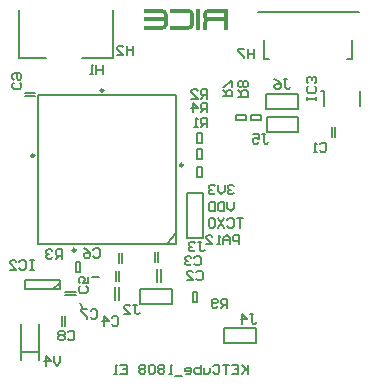
<source format=gbo>
G04*
G04 #@! TF.GenerationSoftware,Altium Limited,Altium Designer,18.1.9 (240)*
G04*
G04 Layer_Color=32896*
%FSLAX25Y25*%
%MOIN*%
G70*
G01*
G75*
%ADD10C,0.00787*%
%ADD11C,0.00800*%
%ADD12C,0.00591*%
%ADD83C,0.00984*%
%ADD84C,0.00500*%
G36*
X81100Y117010D02*
X79811D01*
Y122648D01*
X74714D01*
X74586Y122638D01*
X74478Y122619D01*
X74379Y122589D01*
X74301Y122550D01*
X74232Y122501D01*
X74173Y122451D01*
X74123Y122392D01*
X74084Y122333D01*
X74035Y122215D01*
X74005Y122117D01*
X73996Y122077D01*
Y122048D01*
Y122028D01*
Y122018D01*
Y121644D01*
X74005Y121546D01*
X74025Y121458D01*
X74064Y121379D01*
X74104Y121320D01*
X74163Y121261D01*
X74222Y121212D01*
X74350Y121143D01*
X74488Y121103D01*
X74606Y121084D01*
X74645Y121074D01*
X79417D01*
Y119804D01*
X74714D01*
X74606Y119795D01*
X74517Y119785D01*
X74428Y119755D01*
X74360Y119736D01*
X74291Y119706D01*
X74251Y119676D01*
X74222Y119667D01*
X74212Y119657D01*
X74143Y119598D01*
X74084Y119529D01*
X74045Y119460D01*
X74025Y119391D01*
X74005Y119332D01*
X73996Y119283D01*
Y119244D01*
Y119234D01*
Y117010D01*
X72697D01*
Y119244D01*
X72707Y119362D01*
X72716Y119490D01*
X72775Y119706D01*
X72854Y119913D01*
X72953Y120090D01*
X73051Y120237D01*
X73090Y120296D01*
X73130Y120346D01*
X73159Y120395D01*
X73189Y120424D01*
X73198Y120434D01*
X73208Y120444D01*
X73120Y120542D01*
X73041Y120651D01*
X72972Y120749D01*
X72913Y120857D01*
X72825Y121064D01*
X72756Y121251D01*
X72726Y121408D01*
X72716Y121477D01*
X72707Y121536D01*
X72697Y121585D01*
Y121625D01*
Y121644D01*
Y121654D01*
Y122018D01*
X72707Y122166D01*
X72726Y122314D01*
X72756Y122441D01*
X72785Y122569D01*
X72884Y122806D01*
X72992Y122993D01*
X73051Y123081D01*
X73100Y123150D01*
X73149Y123209D01*
X73198Y123258D01*
X73228Y123307D01*
X73257Y123337D01*
X73277Y123347D01*
X73287Y123357D01*
X73395Y123445D01*
X73513Y123534D01*
X73631Y123603D01*
X73759Y123662D01*
X73996Y123750D01*
X74222Y123809D01*
X74320Y123839D01*
X74419Y123849D01*
X74497Y123858D01*
X74576Y123868D01*
X74635Y123878D01*
X81100D01*
Y117010D01*
D02*
G37*
G36*
X71762D02*
X70463D01*
Y123888D01*
X71762D01*
Y117010D01*
D02*
G37*
G36*
X67787Y123878D02*
X67924Y123868D01*
X68190Y123799D01*
X68426Y123711D01*
X68633Y123612D01*
X68721Y123563D01*
X68800Y123514D01*
X68869Y123465D01*
X68928Y123425D01*
X68977Y123386D01*
X69007Y123357D01*
X69026Y123347D01*
X69036Y123337D01*
X69144Y123229D01*
X69233Y123130D01*
X69322Y123012D01*
X69390Y122904D01*
X69449Y122796D01*
X69499Y122687D01*
X69568Y122481D01*
X69617Y122304D01*
X69627Y122225D01*
X69636Y122156D01*
X69646Y122107D01*
Y122058D01*
Y122038D01*
Y122028D01*
Y118860D01*
X69636Y118712D01*
X69617Y118565D01*
X69587Y118437D01*
X69558Y118309D01*
X69459Y118082D01*
X69351Y117886D01*
X69292Y117807D01*
X69243Y117728D01*
X69194Y117669D01*
X69144Y117620D01*
X69115Y117571D01*
X69085Y117541D01*
X69066Y117531D01*
X69056Y117522D01*
X68938Y117433D01*
X68830Y117354D01*
X68702Y117285D01*
X68584Y117226D01*
X68347Y117138D01*
X68121Y117079D01*
X68023Y117049D01*
X67934Y117039D01*
X67845Y117030D01*
X67777Y117020D01*
X67718Y117010D01*
X61587D01*
Y118250D01*
X67639D01*
X67767Y118260D01*
X67875Y118279D01*
X67964Y118309D01*
X68052Y118348D01*
X68121Y118387D01*
X68170Y118447D01*
X68219Y118496D01*
X68259Y118555D01*
X68308Y118663D01*
X68338Y118761D01*
Y118801D01*
X68347Y118830D01*
Y118850D01*
Y118860D01*
Y122028D01*
X68338Y122117D01*
X68318Y122195D01*
X68278Y122274D01*
X68239Y122333D01*
X68200Y122392D01*
X68160Y122432D01*
X68141Y122451D01*
X68131Y122461D01*
X68042Y122530D01*
X67954Y122579D01*
X67875Y122609D01*
X67796Y122638D01*
X67737Y122648D01*
X67688Y122658D01*
X61587D01*
Y123888D01*
X67639D01*
X67787Y123878D01*
D02*
G37*
G36*
X59039D02*
X59176Y123868D01*
X59442Y123799D01*
X59678Y123711D01*
X59885Y123612D01*
X59974Y123563D01*
X60052Y123514D01*
X60121Y123465D01*
X60180Y123425D01*
X60229Y123386D01*
X60259Y123357D01*
X60279Y123347D01*
X60288Y123337D01*
X60397Y123229D01*
X60485Y123130D01*
X60574Y123012D01*
X60643Y122904D01*
X60702Y122796D01*
X60751Y122687D01*
X60820Y122481D01*
X60869Y122304D01*
X60879Y122225D01*
X60889Y122156D01*
X60899Y122107D01*
Y122058D01*
Y122038D01*
Y122028D01*
Y118860D01*
X60889Y118712D01*
X60869Y118565D01*
X60839Y118437D01*
X60810Y118309D01*
X60711Y118082D01*
X60603Y117886D01*
X60544Y117807D01*
X60495Y117728D01*
X60446Y117669D01*
X60397Y117620D01*
X60367Y117571D01*
X60338Y117541D01*
X60318Y117531D01*
X60308Y117522D01*
X60190Y117433D01*
X60082Y117354D01*
X59954Y117285D01*
X59836Y117226D01*
X59600Y117138D01*
X59373Y117079D01*
X59275Y117049D01*
X59186Y117039D01*
X59098Y117030D01*
X59029Y117020D01*
X58970Y117010D01*
X52839D01*
Y118250D01*
X58891D01*
X59019Y118260D01*
X59127Y118279D01*
X59216Y118309D01*
X59304Y118348D01*
X59373Y118387D01*
X59422Y118447D01*
X59472Y118496D01*
X59511Y118555D01*
X59560Y118663D01*
X59590Y118761D01*
Y118801D01*
X59600Y118830D01*
Y118850D01*
Y118860D01*
Y119814D01*
X52839D01*
Y121084D01*
X59600D01*
Y122028D01*
X59590Y122117D01*
X59570Y122195D01*
X59531Y122274D01*
X59491Y122333D01*
X59452Y122392D01*
X59413Y122432D01*
X59393Y122451D01*
X59383Y122461D01*
X59295Y122530D01*
X59206Y122579D01*
X59127Y122609D01*
X59049Y122638D01*
X58990Y122648D01*
X58940Y122658D01*
X52839D01*
Y123888D01*
X58891D01*
X59039Y123878D01*
D02*
G37*
D10*
X112000Y96500D02*
X113094Y96500D01*
X113094Y96500D01*
X124906Y91500D02*
Y96500D01*
X113094Y91500D02*
Y96500D01*
X42500Y107500D02*
Y123500D01*
X11300Y107500D02*
Y123500D01*
X31600Y25800D02*
X32300Y24700D01*
X35500Y34400D02*
X38100Y34500D01*
X32400Y107400D02*
X42500Y107500D01*
X11300D02*
X20400Y107400D01*
X82913Y59536D02*
Y57437D01*
X81863Y56387D01*
X80813Y57437D01*
Y59536D01*
X79764D02*
Y56387D01*
X78190D01*
X77665Y56912D01*
Y59011D01*
X78190Y59536D01*
X79764D01*
X76615D02*
Y56387D01*
X75041D01*
X74516Y56912D01*
Y59011D01*
X75041Y59536D01*
X76615D01*
X87600Y5349D02*
Y2200D01*
Y3249D01*
X85501Y5349D01*
X87075Y3774D01*
X85501Y2200D01*
X82352Y5349D02*
X84451D01*
Y2200D01*
X82352D01*
X84451Y3774D02*
X83402D01*
X81303Y5349D02*
X79204D01*
X80253D01*
Y2200D01*
X76055Y4824D02*
X76580Y5349D01*
X77630D01*
X78154Y4824D01*
Y2725D01*
X77630Y2200D01*
X76580D01*
X76055Y2725D01*
X75006Y4299D02*
Y2725D01*
X74481Y2200D01*
X72907D01*
Y4299D01*
X71857Y5349D02*
Y2200D01*
X70283D01*
X69758Y2725D01*
Y3249D01*
Y3774D01*
X70283Y4299D01*
X71857D01*
X67134Y2200D02*
X68184D01*
X68708Y2725D01*
Y3774D01*
X68184Y4299D01*
X67134D01*
X66609Y3774D01*
Y3249D01*
X68708D01*
X65560Y1675D02*
X63461D01*
X62411Y2200D02*
X61362D01*
X61887D01*
Y5349D01*
X62411Y4824D01*
X59787D02*
X59263Y5349D01*
X58213D01*
X57688Y4824D01*
Y4299D01*
X58213Y3774D01*
X57688Y3249D01*
Y2725D01*
X58213Y2200D01*
X59263D01*
X59787Y2725D01*
Y3249D01*
X59263Y3774D01*
X59787Y4299D01*
Y4824D01*
X59263Y3774D02*
X58213D01*
X56639Y4824D02*
X56114Y5349D01*
X55065D01*
X54540Y4824D01*
Y2725D01*
X55065Y2200D01*
X56114D01*
X56639Y2725D01*
Y4824D01*
X53490D02*
X52965Y5349D01*
X51916D01*
X51391Y4824D01*
Y4299D01*
X51916Y3774D01*
X51391Y3249D01*
Y2725D01*
X51916Y2200D01*
X52965D01*
X53490Y2725D01*
Y3249D01*
X52965Y3774D01*
X53490Y4299D01*
Y4824D01*
X52965Y3774D02*
X51916D01*
X45094Y5349D02*
X47193D01*
Y2200D01*
X45094D01*
X47193Y3774D02*
X46144D01*
X44045Y2200D02*
X42995D01*
X43520D01*
Y5349D01*
X44045Y4824D01*
X86062Y54049D02*
X83963D01*
X85013D01*
Y50900D01*
X80815Y53524D02*
X81339Y54049D01*
X82389D01*
X82914Y53524D01*
Y51425D01*
X82389Y50900D01*
X81339D01*
X80815Y51425D01*
X79765Y54049D02*
X77666Y50900D01*
Y54049D02*
X79765Y50900D01*
X75042Y54049D02*
X76092D01*
X76617Y53524D01*
Y51425D01*
X76092Y50900D01*
X75042D01*
X74517Y51425D01*
Y53524D01*
X75042Y54049D01*
X84700Y45400D02*
Y48549D01*
X83126D01*
X82601Y48024D01*
Y46974D01*
X83126Y46450D01*
X84700D01*
X81551Y45400D02*
Y47499D01*
X80502Y48549D01*
X79452Y47499D01*
Y45400D01*
Y46974D01*
X81551D01*
X78403Y45400D02*
X77353D01*
X77878D01*
Y48549D01*
X78403Y48024D01*
X73680Y45400D02*
X75779D01*
X73680Y47499D01*
Y48024D01*
X74205Y48549D01*
X75254D01*
X75779Y48024D01*
X83000Y64724D02*
X82475Y65249D01*
X81426D01*
X80901Y64724D01*
Y64199D01*
X81426Y63674D01*
X81950D01*
X81426D01*
X80901Y63149D01*
Y62625D01*
X81426Y62100D01*
X82475D01*
X83000Y62625D01*
X79851Y65249D02*
Y63149D01*
X78802Y62100D01*
X77752Y63149D01*
Y65249D01*
X76703Y64724D02*
X76178Y65249D01*
X75129D01*
X74604Y64724D01*
Y64199D01*
X75129Y63674D01*
X75653D01*
X75129D01*
X74604Y63149D01*
Y62625D01*
X75129Y62100D01*
X76178D01*
X76703Y62625D01*
X11624Y99299D02*
X12149Y98774D01*
Y97725D01*
X11624Y97200D01*
X9525D01*
X9000Y97725D01*
Y98774D01*
X9525Y99299D01*
Y100349D02*
X9000Y100873D01*
Y101923D01*
X9525Y102448D01*
X11624D01*
X12149Y101923D01*
Y100873D01*
X11624Y100349D01*
X11099D01*
X10574Y100873D01*
Y102448D01*
X25000Y8149D02*
Y6050D01*
X23950Y5000D01*
X22901Y6050D01*
Y8149D01*
X20277Y5000D02*
Y8149D01*
X21851Y6574D01*
X19752D01*
X80800Y24200D02*
Y27349D01*
X79226D01*
X78701Y26824D01*
Y25774D01*
X79226Y25249D01*
X80800D01*
X79751D02*
X78701Y24200D01*
X77651Y24725D02*
X77127Y24200D01*
X76077D01*
X75552Y24725D01*
Y26824D01*
X76077Y27349D01*
X77127D01*
X77651Y26824D01*
Y26299D01*
X77127Y25774D01*
X75552D01*
X111601Y78824D02*
X112126Y79349D01*
X113175D01*
X113700Y78824D01*
Y76725D01*
X113175Y76200D01*
X112126D01*
X111601Y76725D01*
X110551Y76200D02*
X109502D01*
X110027D01*
Y79349D01*
X110551Y78824D01*
X49473Y25298D02*
X50523D01*
X49998D01*
Y22674D01*
X50523Y22150D01*
X51047D01*
X51572Y22674D01*
X46325Y22150D02*
X48424D01*
X46325Y24249D01*
Y24773D01*
X46849Y25298D01*
X47899D01*
X48424Y24773D01*
X74000Y89419D02*
Y92567D01*
X72426D01*
X71901Y92043D01*
Y90993D01*
X72426Y90468D01*
X74000D01*
X72951D02*
X71901Y89419D01*
X69277D02*
Y92567D01*
X70851Y90993D01*
X68752D01*
X74000Y94000D02*
Y97149D01*
X72426D01*
X71901Y96624D01*
Y95574D01*
X72426Y95050D01*
X74000D01*
X72951D02*
X71901Y94000D01*
X68752D02*
X70851D01*
X68752Y96099D01*
Y96624D01*
X69277Y97149D01*
X70327D01*
X70851Y96624D01*
X74000Y84429D02*
Y87578D01*
X72426D01*
X71901Y87053D01*
Y86003D01*
X72426Y85479D01*
X74000D01*
X72951D02*
X71901Y84429D01*
X70851D02*
X69802D01*
X70327D01*
Y87578D01*
X70851Y87053D01*
X49300Y111649D02*
Y108500D01*
Y110074D01*
X47201D01*
Y111649D01*
Y108500D01*
X44052D02*
X46151D01*
X44052Y110599D01*
Y111124D01*
X44577Y111649D01*
X45627D01*
X46151Y111124D01*
X36101Y43624D02*
X36626Y44149D01*
X37675D01*
X38200Y43624D01*
Y41525D01*
X37675Y41000D01*
X36626D01*
X36101Y41525D01*
X32952Y44149D02*
X34002Y43624D01*
X35051Y42574D01*
Y41525D01*
X34527Y41000D01*
X33477D01*
X32952Y41525D01*
Y42050D01*
X33477Y42574D01*
X35051D01*
X33824Y31399D02*
X34349Y30874D01*
Y29825D01*
X33824Y29300D01*
X31725D01*
X31200Y29825D01*
Y30874D01*
X31725Y31399D01*
X34349Y34548D02*
Y32449D01*
X32774D01*
X33299Y33498D01*
Y34023D01*
X32774Y34548D01*
X31725D01*
X31200Y34023D01*
Y32973D01*
X31725Y32449D01*
X42301Y20924D02*
X42826Y21449D01*
X43875D01*
X44400Y20924D01*
Y18825D01*
X43875Y18300D01*
X42826D01*
X42301Y18825D01*
X39677Y18300D02*
Y21449D01*
X41251Y19874D01*
X39152D01*
X69801Y41024D02*
X70326Y41549D01*
X71375D01*
X71900Y41024D01*
Y38925D01*
X71375Y38400D01*
X70326D01*
X69801Y38925D01*
X68751Y41024D02*
X68227Y41549D01*
X67177D01*
X66652Y41024D01*
Y40499D01*
X67177Y39974D01*
X67702D01*
X67177D01*
X66652Y39450D01*
Y38925D01*
X67177Y38400D01*
X68227D01*
X68751Y38925D01*
X70401Y36124D02*
X70926Y36649D01*
X71975D01*
X72500Y36124D01*
Y34025D01*
X71975Y33500D01*
X70926D01*
X70401Y34025D01*
X67252Y33500D02*
X69351D01*
X67252Y35599D01*
Y36124D01*
X67777Y36649D01*
X68827D01*
X69351Y36124D01*
X35201Y23324D02*
X35726Y23849D01*
X36775D01*
X37300Y23324D01*
Y21225D01*
X36775Y20700D01*
X35726D01*
X35201Y21225D01*
X34151Y23849D02*
X32052D01*
Y23324D01*
X34151Y21225D01*
Y20700D01*
X27601Y16124D02*
X28126Y16649D01*
X29175D01*
X29700Y16124D01*
Y14025D01*
X29175Y13500D01*
X28126D01*
X27601Y14025D01*
X26551Y16124D02*
X26027Y16649D01*
X24977D01*
X24452Y16124D01*
Y15599D01*
X24977Y15074D01*
X24452Y14549D01*
Y14025D01*
X24977Y13500D01*
X26027D01*
X26551Y14025D01*
Y14549D01*
X26027Y15074D01*
X26551Y15599D01*
Y16124D01*
X26027Y15074D02*
X24977D01*
X16200Y40149D02*
X15150D01*
X15675D01*
Y37000D01*
X16200D01*
X15150D01*
X11477Y39624D02*
X12002Y40149D01*
X13051D01*
X13576Y39624D01*
Y37525D01*
X13051Y37000D01*
X12002D01*
X11477Y37525D01*
X8328Y37000D02*
X10428D01*
X8328Y39099D01*
Y39624D01*
X8853Y40149D01*
X9903D01*
X10428Y39624D01*
X25600Y40600D02*
Y43749D01*
X24026D01*
X23501Y43224D01*
Y42174D01*
X24026Y41649D01*
X25600D01*
X24551D02*
X23501Y40600D01*
X22451Y43224D02*
X21927Y43749D01*
X20877D01*
X20352Y43224D01*
Y42699D01*
X20877Y42174D01*
X21402D01*
X20877D01*
X20352Y41649D01*
Y41125D01*
X20877Y40600D01*
X21927D01*
X22451Y41125D01*
X71101Y46249D02*
X72150D01*
X71626D01*
Y43625D01*
X72150Y43100D01*
X72675D01*
X73200Y43625D01*
X70051Y45724D02*
X69527Y46249D01*
X68477D01*
X67952Y45724D01*
Y45199D01*
X68477Y44674D01*
X69002D01*
X68477D01*
X67952Y44150D01*
Y43625D01*
X68477Y43100D01*
X69527D01*
X70051Y43625D01*
X84387Y94687D02*
X87536D01*
Y96262D01*
X87011Y96786D01*
X85962D01*
X85437Y96262D01*
Y94687D01*
Y95737D02*
X84387Y96786D01*
X87011Y97836D02*
X87536Y98361D01*
Y99410D01*
X87011Y99935D01*
X86487D01*
X85962Y99410D01*
X85437Y99935D01*
X84912D01*
X84387Y99410D01*
Y98361D01*
X84912Y97836D01*
X85437D01*
X85962Y98361D01*
X86487Y97836D01*
X87011D01*
X85962Y98361D02*
Y99410D01*
X79292Y94787D02*
X82440D01*
Y96362D01*
X81916Y96886D01*
X80866D01*
X80341Y96362D01*
Y94787D01*
Y95837D02*
X79292Y96886D01*
X82440Y97936D02*
Y100035D01*
X81916D01*
X79817Y97936D01*
X79292D01*
X99601Y100449D02*
X100651D01*
X100126D01*
Y97825D01*
X100651Y97300D01*
X101175D01*
X101700Y97825D01*
X96452Y100449D02*
X97502Y99924D01*
X98551Y98874D01*
Y97825D01*
X98027Y97300D01*
X96977D01*
X96452Y97825D01*
Y98349D01*
X96977Y98874D01*
X98551D01*
X92389Y82086D02*
X93439D01*
X92914D01*
Y79462D01*
X93439Y78937D01*
X93963D01*
X94488Y79462D01*
X89240Y82086D02*
X91340D01*
Y80512D01*
X90290Y81037D01*
X89765D01*
X89240Y80512D01*
Y79462D01*
X89765Y78937D01*
X90815D01*
X91340Y79462D01*
X88401Y22149D02*
X89451D01*
X88926D01*
Y19525D01*
X89451Y19000D01*
X89975D01*
X90500Y19525D01*
X85777Y19000D02*
Y22149D01*
X87351Y20574D01*
X85252D01*
X110449Y93400D02*
Y94450D01*
Y93925D01*
X107300D01*
Y93400D01*
Y94450D01*
X109924Y98123D02*
X110449Y97598D01*
Y96549D01*
X109924Y96024D01*
X107825D01*
X107300Y96549D01*
Y97598D01*
X107825Y98123D01*
X109924Y99172D02*
X110449Y99697D01*
Y100747D01*
X109924Y101271D01*
X109399D01*
X108874Y100747D01*
Y100222D01*
Y100747D01*
X108350Y101271D01*
X107825D01*
X107300Y100747D01*
Y99697D01*
X107825Y99172D01*
X39200Y105249D02*
Y102100D01*
Y103674D01*
X37101D01*
Y105249D01*
Y102100D01*
X36051D02*
X35002D01*
X35527D01*
Y105249D01*
X36051Y104724D01*
X89600Y110549D02*
Y107400D01*
Y108974D01*
X87501D01*
Y110549D01*
Y107400D01*
X86451Y110549D02*
X84352D01*
Y110024D01*
X86451Y107925D01*
Y107400D01*
D11*
X69300Y26300D02*
X70700D01*
Y29700D01*
X69300D02*
X70700D01*
X69300Y26300D02*
Y29700D01*
X24900Y30600D02*
Y33600D01*
X13200D02*
X24900D01*
X13200Y30600D02*
Y33600D01*
Y30600D02*
X24900D01*
X22600D02*
X22800D01*
X24900Y32700D01*
X12000Y7000D02*
Y19000D01*
X18000Y7000D02*
Y19000D01*
X12000Y9600D02*
X18000D01*
X43300Y26900D02*
Y31100D01*
X44700Y26900D02*
Y31100D01*
X13400Y96000D02*
X16800D01*
X13400Y95000D02*
X16800D01*
X83600Y88400D02*
X87000D01*
Y87000D02*
Y88400D01*
X83600Y87000D02*
Y88400D01*
Y87000D02*
X87000D01*
X88600Y88400D02*
X92000D01*
Y87000D02*
Y88400D01*
X88600Y87000D02*
Y88400D01*
Y87000D02*
X92000D01*
X30300Y36300D02*
X31700D01*
Y39700D01*
X30300D02*
X31700D01*
X30300Y36300D02*
Y39700D01*
X25500Y18300D02*
Y21700D01*
X26500Y18300D02*
Y21700D01*
X26800Y29500D02*
X30200D01*
X26800Y28500D02*
X30200D01*
X58700Y32900D02*
Y37100D01*
X57300Y32900D02*
Y37100D01*
X56500Y39500D02*
Y42900D01*
X57500Y39500D02*
Y42900D01*
X44500Y33300D02*
Y36700D01*
X43500Y33300D02*
Y36700D01*
X45500Y39300D02*
Y42700D01*
X44500Y39300D02*
Y42700D01*
X70800Y71200D02*
X72200D01*
X70800Y67800D02*
Y71200D01*
Y67800D02*
X72200D01*
Y71200D01*
X70800Y79300D02*
X72200D01*
Y82700D01*
X70800D02*
X72200D01*
X70800Y79300D02*
Y82700D01*
Y73800D02*
X72200D01*
Y77200D01*
X70800D02*
X72200D01*
X70800Y73800D02*
Y77200D01*
X116500Y81300D02*
Y84700D01*
X115500Y81300D02*
Y84700D01*
D12*
X17641Y45452D02*
Y95059D01*
X63705D01*
Y45452D02*
Y95059D01*
X17641Y45452D02*
X63705D01*
X60555D02*
X63705Y49291D01*
X79800Y12600D02*
X90200D01*
X79800D02*
Y17400D01*
X90200D01*
Y12600D02*
Y17400D01*
X93898Y82987D02*
Y87787D01*
Y82987D02*
X104298D01*
Y87787D01*
X93898D02*
X104298D01*
X93800Y95400D02*
X104200D01*
Y90600D02*
Y95400D01*
X93800Y90600D02*
X104200D01*
X93800D02*
Y95400D01*
X67244Y47520D02*
X72756D01*
X67244D02*
Y62480D01*
X72756D01*
Y47520D02*
Y62480D01*
X62200Y25600D02*
Y30400D01*
X51800D02*
X62200D01*
X51800Y25600D02*
Y30400D01*
Y25600D02*
X62200D01*
D83*
X30141Y43484D02*
G03*
X30141Y43484I-492J0D01*
G01*
X16460Y74980D02*
G03*
X16460Y74980I-492J0D01*
G01*
X39492Y96732D02*
G03*
X39492Y96732I-492J0D01*
G01*
X65968Y71830D02*
G03*
X65968Y71830I-492J0D01*
G01*
D84*
X92924Y107264D02*
X94695D01*
X120679D02*
X122451D01*
Y113563D01*
X91053Y122835D02*
X124617Y122815D01*
X92924Y107264D02*
Y113563D01*
M02*

</source>
